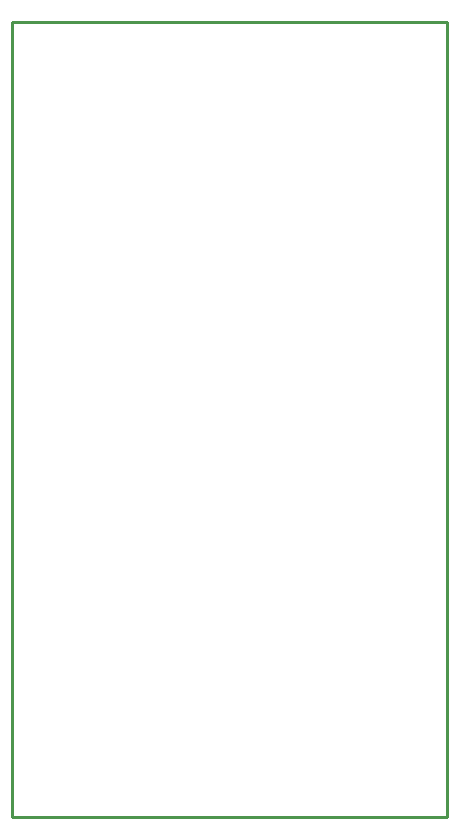
<source format=gbr>
G04 start of page 4 for group 2 idx 2 *
G04 Title: (unknown), outline *
G04 Creator: pcb 1.99z *
G04 CreationDate: Wed 16 Oct 2013 05:43:19 AM GMT UTC *
G04 For: commonadmin *
G04 Format: Gerber/RS-274X *
G04 PCB-Dimensions: 200000 300000 *
G04 PCB-Coordinate-Origin: lower left *
%MOIN*%
%FSLAX25Y25*%
%LNOUTLINE*%
%ADD60C,0.0100*%
G54D60*X0Y35000D02*X145000D01*
Y300000D01*
X0D01*
Y35000D01*
M02*

</source>
